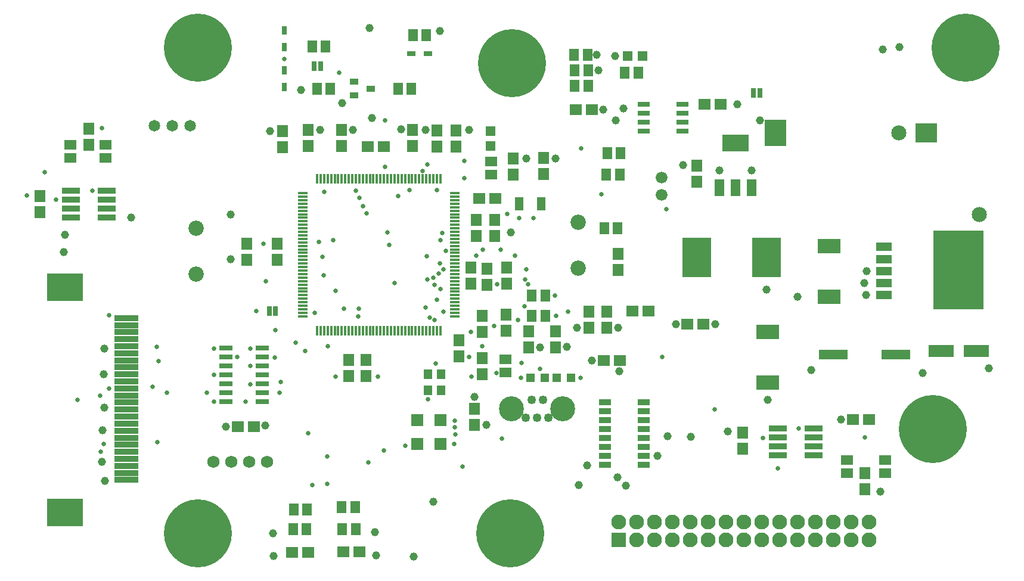
<source format=gbr>
G04 EasyPC Gerber Version 21.0.3 Build 4286 *
%FSLAX35Y35*%
%MOIN*%
%ADD138R,0.01781X0.05324*%
%ADD139R,0.05324X0.01781*%
%ADD145R,0.02569X0.04832*%
%ADD187R,0.03100X0.05600*%
%ADD140R,0.04734X0.05718*%
%ADD144R,0.04832X0.02569*%
%ADD147R,0.07300X0.02700*%
%ADD183R,0.06604X0.03159*%
%ADD146R,0.04537X0.03356*%
%ADD148R,0.06604X0.03356*%
%ADD119R,0.13592X0.03553*%
%ADD143R,0.10100X0.03600*%
%ADD126R,0.09104X0.04813*%
%ADD141R,0.04931X0.07687*%
%ADD124R,0.05300X0.09300*%
%ADD130R,0.16348X0.05521*%
%ADD136R,0.05718X0.06506*%
%ADD123R,0.06100X0.06600*%
%ADD137R,0.06506X0.05718*%
%ADD131R,0.06600X0.06100*%
%ADD132R,0.13986X0.06899*%
%ADD129R,0.12608X0.08474*%
%ADD125R,0.14800X0.09300*%
%ADD188R,0.12411X0.14773*%
%ADD189R,0.12411X0.10836*%
%ADD128R,0.15954X0.21860*%
%ADD127R,0.28159X0.43907*%
%ADD142R,0.04537X0.04537*%
%ADD135R,0.05324X0.05324*%
%ADD134R,0.06900X0.06900*%
%ADD121R,0.08277X0.08277*%
%ADD191C,0.02569*%
%ADD190C,0.04600*%
%ADD185C,0.04931*%
%ADD149C,0.06506*%
%ADD133C,0.06600*%
%ADD182C,0.06899*%
%ADD122C,0.08277*%
%ADD192C,0.08474*%
%ADD184C,0.08572*%
%ADD186C,0.13986*%
%ADD118C,0.38002*%
%ADD120R,0.20285X0.15757*%
X0Y0D02*
D02*
D118*
X101023Y63801D03*
Y335454D03*
X275600Y63801D03*
X276387Y326667D03*
X511820Y121943D03*
X530324Y335454D03*
D02*
D119*
X61033Y93596D03*
Y97533D03*
Y101470D03*
Y105407D03*
Y109344D03*
Y113281D03*
Y117219D03*
Y121156D03*
Y125093D03*
Y129030D03*
Y132967D03*
Y136904D03*
Y140841D03*
Y144778D03*
Y148715D03*
Y152652D03*
Y156589D03*
Y160526D03*
Y164463D03*
Y168400D03*
Y172337D03*
Y176274D03*
Y180211D03*
Y184148D03*
D02*
D120*
X26387Y75486D03*
Y201470D03*
D02*
D121*
X336230Y60132D03*
D02*
D122*
Y70132D03*
X346230Y60132D03*
Y70132D03*
X356230Y60132D03*
Y70132D03*
X366230Y60132D03*
Y70132D03*
X376230Y60132D03*
Y70132D03*
X386230Y60132D03*
Y70132D03*
X396230Y60132D03*
Y70132D03*
X406230Y60132D03*
Y70132D03*
X416230Y60132D03*
Y70132D03*
X426230Y60132D03*
Y70132D03*
X436230Y60132D03*
Y70132D03*
X446230Y60132D03*
Y70132D03*
X456230Y60132D03*
Y70132D03*
X466230Y60132D03*
Y70132D03*
X476230Y60132D03*
Y70132D03*
D02*
D123*
X12608Y243427D03*
Y252427D03*
X39773Y281222D03*
Y290222D03*
X128356Y216656D03*
Y225656D03*
X145285Y216656D03*
Y225656D03*
X148041Y279648D03*
Y288648D03*
X162608Y280435D03*
Y289435D03*
X181112Y280435D03*
Y289435D03*
X185049Y151695D03*
Y160695D03*
X194891Y151695D03*
Y160695D03*
X220876Y280435D03*
Y289435D03*
X234498Y280041D03*
Y289041D03*
X245285Y280041D03*
Y289041D03*
X246860Y162719D03*
Y171719D03*
X253553Y203270D03*
Y212270D03*
X255521Y124530D03*
Y133530D03*
X256702Y230041D03*
Y239041D03*
X259852Y152876D03*
Y161876D03*
Y176498D03*
Y185498D03*
X262608Y202876D03*
Y211876D03*
X266939Y230041D03*
Y239041D03*
X273238Y176892D03*
Y185892D03*
X273631Y203270D03*
Y212270D03*
X277332Y264313D03*
Y273313D03*
X285836Y167837D03*
Y176837D03*
X294104Y264687D03*
Y273687D03*
X300836Y167837D03*
Y176837D03*
X319616Y178860D03*
Y187860D03*
X329537Y178860D03*
Y187860D03*
X335836Y211144D03*
Y220144D03*
X379931Y260356D03*
Y269356D03*
X405521Y111144D03*
Y120144D03*
X474025Y88309D03*
Y97309D03*
D02*
D124*
X392684Y257181D03*
X401684D03*
X410684D03*
D02*
D125*
X401584Y281981D03*
D02*
D126*
X484655Y197140D03*
Y203833D03*
Y210526D03*
Y217219D03*
Y223911D03*
D02*
D127*
X526250Y210978D03*
D02*
D128*
X379734Y218006D03*
X418710D03*
D02*
D129*
X419694Y147927D03*
Y176274D03*
X453946Y195959D03*
Y224305D03*
D02*
D130*
X456309Y163675D03*
X491348D03*
D02*
D131*
X123069Y123518D03*
X132069D03*
X153383Y53045D03*
X162383D03*
X182124Y53439D03*
X191124D03*
X195903Y280211D03*
X204903D03*
X258108Y251077D03*
X267108D03*
X312045Y300683D03*
X321045D03*
X327793Y160526D03*
X336793D03*
X343817Y188085D03*
X352817D03*
X374643Y180604D03*
X383643D03*
X384092Y303833D03*
X393092D03*
X467163Y127455D03*
X476163D03*
D02*
D132*
X516545Y165644D03*
X536230D03*
D02*
D133*
X360246Y253071D03*
Y262888D03*
D02*
D134*
X223631Y113668D03*
Y127068D03*
X236624Y113668D03*
Y127068D03*
D02*
D135*
X264458Y280427D03*
Y288695D03*
X341151Y330604D03*
X349419D03*
D02*
D136*
X154143Y66037D03*
X154537Y77061D03*
X161624Y66037D03*
X162017Y77061D03*
X164773Y336116D03*
X167529Y312494D03*
X172254Y336116D03*
X175009Y312494D03*
X181309Y78242D03*
X181702Y66037D03*
X188789Y78242D03*
X189183Y66037D03*
X212805Y312494D03*
X220285D03*
X221072Y342415D03*
X228553D03*
X287608Y185329D03*
Y196746D03*
X295088Y185329D03*
Y196746D03*
X311230Y331392D03*
X311624Y314069D03*
Y322730D03*
X318710Y331392D03*
X319104Y314069D03*
Y322730D03*
X328159Y234541D03*
X329340Y264463D03*
X329734Y276274D03*
X335639Y234541D03*
X336820Y264463D03*
X337214Y276274D03*
X339576Y321549D03*
X347057D03*
D02*
D137*
X29537Y273715D03*
Y281195D03*
X49222Y273715D03*
Y281195D03*
X264970Y264266D03*
Y271746D03*
X272923Y153636D03*
Y161116D03*
X463789Y97337D03*
Y104817D03*
X485049Y97337D03*
Y104817D03*
D02*
D138*
X167529Y177061D03*
Y262100D03*
X169498Y177061D03*
Y262100D03*
X171466Y177061D03*
Y262100D03*
X173435Y177061D03*
Y262100D03*
X175403Y177061D03*
Y262100D03*
X177372Y177061D03*
Y262100D03*
X179340Y177061D03*
Y262100D03*
X181309Y177061D03*
Y262100D03*
X183277Y177061D03*
Y262100D03*
X185246Y177061D03*
Y262100D03*
X187214Y177061D03*
Y262100D03*
X189183Y177061D03*
Y262100D03*
X191151Y177061D03*
Y262100D03*
X193120Y177061D03*
Y262100D03*
X195088Y177061D03*
Y262100D03*
X197057Y177061D03*
Y262100D03*
X199025Y177061D03*
Y262100D03*
X200994Y177061D03*
Y262100D03*
X202962Y177061D03*
Y262100D03*
X204931Y177061D03*
Y262100D03*
X206899Y177061D03*
Y262100D03*
X208868Y177061D03*
Y262100D03*
X210836Y177061D03*
Y262100D03*
X212805Y177061D03*
Y262100D03*
X214773Y177061D03*
Y262100D03*
X216742Y177061D03*
Y262100D03*
X218710Y177061D03*
Y262100D03*
X220679Y177061D03*
Y262100D03*
X222647Y177061D03*
Y262100D03*
X224616Y177061D03*
Y262100D03*
X226584Y177061D03*
Y262100D03*
X228553Y177061D03*
Y262100D03*
X230521Y177061D03*
Y262100D03*
X232490Y177061D03*
Y262100D03*
X234458Y177061D03*
Y262100D03*
X236427Y177061D03*
Y262100D03*
D02*
D139*
X159458Y185132D03*
Y187100D03*
Y189069D03*
Y191037D03*
Y193006D03*
Y194974D03*
Y196943D03*
Y198911D03*
Y200880D03*
Y202848D03*
Y204817D03*
Y206785D03*
Y208754D03*
Y210722D03*
Y212691D03*
Y214659D03*
Y216628D03*
Y218596D03*
Y220565D03*
Y222533D03*
Y224502D03*
Y226470D03*
Y228439D03*
Y230407D03*
Y232376D03*
Y234344D03*
Y236313D03*
Y238281D03*
Y240250D03*
Y242219D03*
Y244187D03*
Y246156D03*
Y248124D03*
Y250093D03*
Y252061D03*
Y254030D03*
X244498Y185132D03*
Y187100D03*
Y189069D03*
Y191037D03*
Y193006D03*
Y194974D03*
Y196943D03*
Y198911D03*
Y200880D03*
Y202848D03*
Y204817D03*
Y206785D03*
Y208754D03*
Y210722D03*
Y212691D03*
Y214659D03*
Y216628D03*
Y218596D03*
Y220565D03*
Y222533D03*
Y224502D03*
Y226470D03*
Y228439D03*
Y230407D03*
Y232376D03*
Y234344D03*
Y236313D03*
Y238281D03*
Y240250D03*
Y242219D03*
Y244187D03*
Y246156D03*
Y248124D03*
Y250093D03*
Y252061D03*
Y254030D03*
D02*
D140*
X229439Y143793D03*
Y152848D03*
X236722Y143793D03*
Y152848D03*
D02*
D141*
X280521Y247927D03*
X292726D03*
D02*
D142*
X287017Y150683D03*
X294891D03*
X301584D03*
X309458D03*
D02*
D143*
X29773Y240427D03*
Y245427D03*
Y250427D03*
Y255427D03*
X49773Y240427D03*
Y245427D03*
Y250427D03*
Y255427D03*
X425049Y107356D03*
Y112356D03*
Y117356D03*
Y122356D03*
X445049Y107356D03*
Y112356D03*
Y117356D03*
Y122356D03*
D02*
D144*
X220238Y332179D03*
X229387D03*
D02*
D145*
X149222Y313431D03*
Y322581D03*
X149281Y335872D03*
Y345022D03*
D02*
D146*
X188198Y308754D03*
Y316234D03*
X197647Y312494D03*
D02*
D147*
X116581Y137258D03*
Y142258D03*
Y147258D03*
Y152258D03*
Y157258D03*
Y162258D03*
Y167258D03*
X136981Y137258D03*
Y142258D03*
Y147258D03*
Y152258D03*
Y157258D03*
Y162258D03*
Y167258D03*
D02*
D148*
X328702Y102081D03*
Y107081D03*
Y112081D03*
Y117081D03*
Y122081D03*
Y127081D03*
Y132081D03*
Y137081D03*
X350057Y102081D03*
Y107081D03*
Y112081D03*
Y117081D03*
Y122081D03*
Y127081D03*
Y132081D03*
Y137081D03*
D02*
D149*
X76531Y291784D03*
X86531Y291852D03*
X96531Y291784D03*
D02*
D182*
X109393Y103676D03*
X119393Y103608D03*
X129393Y103676D03*
X139380D03*
D02*
D183*
X350356Y288852D03*
Y293852D03*
Y298852D03*
Y303852D03*
X371710Y288852D03*
Y293852D03*
Y298852D03*
Y303852D03*
D02*
D184*
X99714Y208829D03*
Y234419D03*
X313691Y212222D03*
Y237813D03*
D02*
D185*
X284261Y128242D03*
X287411Y138478D03*
X290561Y128242D03*
X293710Y138478D03*
X296860Y128242D03*
D02*
D186*
X276191Y133360D03*
X304931D03*
D02*
D187*
X140757Y188085D03*
X144301D03*
X165954Y325093D03*
X169498D03*
X411624Y310132D03*
X415167D03*
D02*
D188*
X424025Y287691D03*
D02*
D189*
X508277D03*
D02*
D190*
X25994Y221156D03*
X26387Y230604D03*
X47254Y103833D03*
X47647Y121549D03*
X48041Y152652D03*
X48435Y134148D03*
Y167219D03*
X48828Y93203D03*
X63395Y240427D03*
X116545Y123518D03*
X119301Y217219D03*
Y242022D03*
X138592Y123911D03*
X141348Y288872D03*
X142923Y63675D03*
X143317Y51077D03*
X158671Y311707D03*
X169301Y289266D03*
X181702Y304423D03*
X187411Y289266D03*
X196860Y346352D03*
X198041Y295959D03*
X200009Y64463D03*
X200403Y51470D03*
X214576Y289659D03*
X221663Y50683D03*
X228356Y289266D03*
X232687Y81392D03*
X236230Y344778D03*
X252372Y289266D03*
X255521Y140053D03*
X262214Y124305D03*
X275994Y232179D03*
X284655Y273518D03*
X292135Y167612D03*
X300797Y273518D03*
X307096Y168006D03*
X313002Y178636D03*
X313789Y90841D03*
X318513Y101864D03*
X321269Y160526D03*
X324025Y331392D03*
X324813Y322730D03*
X327569Y300683D03*
X334261Y330604D03*
X334655Y294778D03*
X335443Y95171D03*
X335836Y178636D03*
X336624Y154226D03*
X338986Y301470D03*
X340167Y90447D03*
X357883Y106982D03*
X363395Y118006D03*
X368120Y180604D03*
X372057Y269581D03*
X376387Y117612D03*
X390167Y180604D03*
X392529Y266825D03*
X397254Y120762D03*
X402372Y303833D03*
X410639Y266825D03*
X415167Y294778D03*
X418907Y199896D03*
X419694Y138478D03*
X436230Y195959D03*
X443710Y155014D03*
X460639Y127455D03*
X473631Y203833D03*
X474419Y197140D03*
X474813Y210526D03*
X482687Y86904D03*
X483868Y334541D03*
X493317Y335722D03*
X506309Y153439D03*
X543317Y156195D03*
D02*
D191*
X5128Y252652D03*
X15364Y265644D03*
X21663Y250289D03*
X33474Y138478D03*
X41742Y255407D03*
X46072Y140663D03*
X46466Y109344D03*
X47254Y290447D03*
X48041Y113675D03*
X51191Y144778D03*
Y185722D03*
X75600Y145565D03*
X77962Y168222D03*
X78356Y114856D03*
X78750Y160132D03*
X83474Y142258D03*
X105915D03*
X109852Y137297D03*
Y152258D03*
Y167219D03*
X122844Y162258D03*
X127569Y137258D03*
X130324Y147140D03*
Y157376D03*
Y167219D03*
X133474Y188085D03*
X137411Y225656D03*
X138986Y204620D03*
X143710Y162100D03*
X144301Y177455D03*
X146466Y142258D03*
X147254Y148321D03*
X149222Y329030D03*
X155521Y170368D03*
X161033Y165644D03*
X162383Y119581D03*
X164970Y90841D03*
X166151Y186904D03*
X168513Y226667D03*
X170482Y218400D03*
X171269Y208163D03*
X171466Y254620D03*
X173238Y91234D03*
Y106589D03*
X173631Y168400D03*
X176387Y227848D03*
X177962Y151470D03*
Y199502D03*
X179931Y321549D03*
X182687Y189266D03*
X189183Y255407D03*
X190561Y184935D03*
X190954Y189266D03*
X191151Y251470D03*
X193120Y246746D03*
X195088Y242809D03*
X196072Y103439D03*
X201584Y151470D03*
X204734Y110132D03*
X205521Y268793D03*
Y294778D03*
X206899Y232179D03*
X207883Y225093D03*
X211033Y203833D03*
X213002Y252258D03*
X216939Y112888D03*
X219301Y255801D03*
X226584Y266431D03*
X228356Y190053D03*
X228750Y218793D03*
X229143Y205801D03*
Y269974D03*
X229537Y138872D03*
X230521Y184541D03*
X232687Y206589D03*
X233080Y182967D03*
Y202848D03*
X233868Y158557D03*
X234655Y194384D03*
Y255801D03*
X235443Y208951D03*
X236230Y214659D03*
X236624Y200289D03*
Y227848D03*
X237411Y231785D03*
X238198Y187691D03*
Y211313D03*
X239380Y221746D03*
X244104Y113675D03*
X244498Y123124D03*
Y126667D03*
X244891Y119187D03*
X248828Y101077D03*
X250009Y262494D03*
Y271943D03*
X252372Y162494D03*
X253553Y176274D03*
X253946Y151470D03*
X256702Y219187D03*
X259852Y168400D03*
X260246Y222337D03*
X266545Y179817D03*
X267726Y153439D03*
X268120Y203045D03*
X270088Y222337D03*
X270876Y116825D03*
X274025Y242415D03*
X278356Y219187D03*
X279931Y182967D03*
X280521Y240053D03*
X281506Y150683D03*
X281899Y158951D03*
X283474Y190841D03*
X283868Y205801D03*
X284655Y211313D03*
X285443Y203045D03*
X288592Y240053D03*
X292135Y155801D03*
X300403Y196746D03*
X301191Y185329D03*
X307883Y187860D03*
X314970Y150683D03*
X315364Y279030D03*
X326387Y253439D03*
X360639Y162494D03*
X363002Y245171D03*
X389773Y132967D03*
X416939Y117219D03*
X425049Y99896D03*
X437017Y122337D03*
X474025Y117356D03*
D02*
D192*
X492923Y287691D03*
X537805Y242022D03*
X0Y0D02*
M02*

</source>
